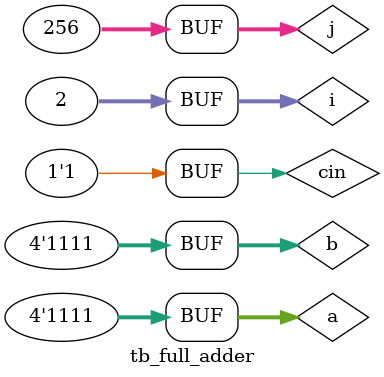
<source format=v>
module tb_full_adder();
reg [3:0] a;
reg [3:0] b;
reg cin;
wire [3:0] sum;
wire cout;
full_adder uut(
    .a      (a),
    .b      (b),
    .cin    (cin),
    .sum    (sum),
    .cout   (cout)
);
integer i;
integer j;
initial begin
  for (i = 0; i < 2; i = i + 1) begin
        cin=i;
       for (j = 0; j < 256; j = j + 1) begin
           #10 {a, b} = j[7:0];
           #10;
       end
   end
end
endmodule
</source>
